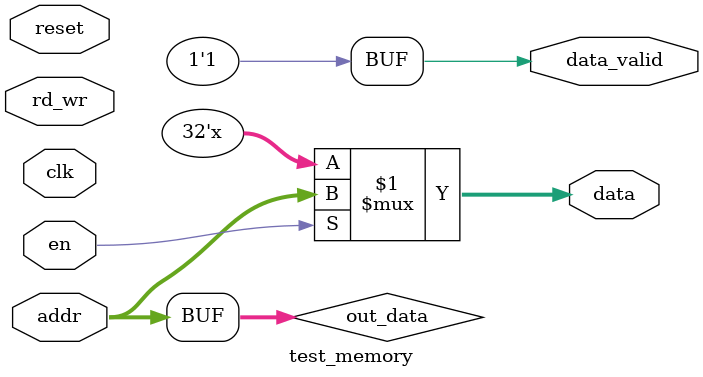
<source format=v>
module test_memory(
    clk,
    reset,
    addr,
    en,
    data_valid,
    data,
    rd_wr
);
    input clk;
    input reset;

    input [31:0] addr;
    input en;
    output data_valid;
    output [31:0] data;
    input rd_wr;

    reg [31:0] memory [0:1023];

    wire [31:0] out_data;
   
    //always @(posedge clk, negedge reset) begin
    //        
    //
    //end 

    //always @(posedge clk) begin
    //    out_data <= addr;
    //end
    //
    //always @(*) begin
    //    out_data = addr;
    //end
    assign out_data = addr;

    assign data_valid = 1'b1;
    assign data = en ? addr : 32'dz;
    

endmodule

</source>
